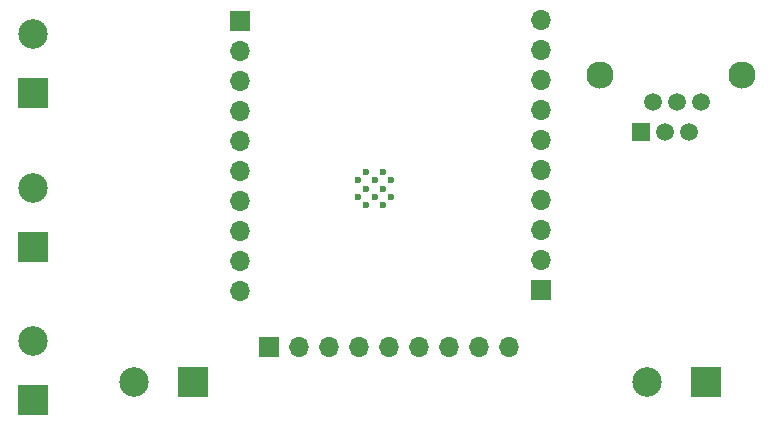
<source format=gbr>
%TF.GenerationSoftware,KiCad,Pcbnew,8.0.1*%
%TF.CreationDate,2024-04-27T05:15:47+02:00*%
%TF.ProjectId,driver_v2,64726976-6572-45f7-9632-2e6b69636164,rev?*%
%TF.SameCoordinates,Original*%
%TF.FileFunction,Soldermask,Bot*%
%TF.FilePolarity,Negative*%
%FSLAX46Y46*%
G04 Gerber Fmt 4.6, Leading zero omitted, Abs format (unit mm)*
G04 Created by KiCad (PCBNEW 8.0.1) date 2024-04-27 05:15:47*
%MOMM*%
%LPD*%
G01*
G04 APERTURE LIST*
%ADD10C,2.500000*%
%ADD11R,2.500000X2.500000*%
%ADD12C,1.520000*%
%ADD13R,1.520000X1.520000*%
%ADD14C,2.300000*%
%ADD15C,0.600000*%
%ADD16R,1.700000X1.700000*%
%ADD17O,1.700000X1.700000*%
G04 APERTURE END LIST*
D10*
%TO.C,BAT*%
X162500000Y-91500000D03*
D11*
X167500000Y-91500000D03*
%TD*%
%TO.C,M2*%
X110500000Y-80000000D03*
D10*
X110500000Y-75000000D03*
%TD*%
D11*
%TO.C,M1*%
X110500000Y-67000000D03*
D10*
X110500000Y-62000000D03*
%TD*%
D12*
%TO.C,RJ12*%
X167050000Y-67800000D03*
X166030000Y-70340000D03*
X165010000Y-67800000D03*
X163990000Y-70340000D03*
X162970000Y-67800000D03*
D13*
X161950000Y-70340000D03*
D14*
X158500000Y-65500000D03*
X170500000Y-65500000D03*
%TD*%
D15*
%TO.C,IC1*%
X138000000Y-74400000D03*
X138000000Y-75800000D03*
X138700000Y-73700000D03*
X138700000Y-75100000D03*
X138700000Y-76500000D03*
X139400000Y-74400000D03*
X139400000Y-75800000D03*
X140100000Y-73700000D03*
X140100000Y-75100000D03*
X140100000Y-76500000D03*
X140800000Y-74400000D03*
X140800000Y-75800000D03*
%TD*%
D11*
%TO.C,M4*%
X124000000Y-91500000D03*
D10*
X119000000Y-91500000D03*
%TD*%
D11*
%TO.C,M3*%
X110500000Y-93000000D03*
D10*
X110500000Y-88000000D03*
%TD*%
D16*
%TO.C,J4*%
X130500000Y-88500000D03*
D17*
X133040000Y-88500000D03*
X135580000Y-88500000D03*
X138120000Y-88500000D03*
X140660000Y-88500000D03*
X143200000Y-88500000D03*
X145740000Y-88500000D03*
X148280000Y-88500000D03*
X150820000Y-88500000D03*
%TD*%
D16*
%TO.C,J3*%
X153500000Y-83660000D03*
D17*
X153500000Y-81120000D03*
X153500000Y-78580000D03*
X153500000Y-76040000D03*
X153500000Y-73500000D03*
X153500000Y-70960000D03*
X153500000Y-68420000D03*
X153500000Y-65880000D03*
X153500000Y-63340000D03*
X153500000Y-60800000D03*
%TD*%
%TO.C,J2*%
X128000000Y-83740000D03*
X128000000Y-81200000D03*
X128000000Y-78660000D03*
X128000000Y-76120000D03*
X128000000Y-73580000D03*
X128000000Y-71040000D03*
X128000000Y-68500000D03*
X128000000Y-65960000D03*
X128000000Y-63420000D03*
D16*
X128000000Y-60880000D03*
%TD*%
M02*

</source>
